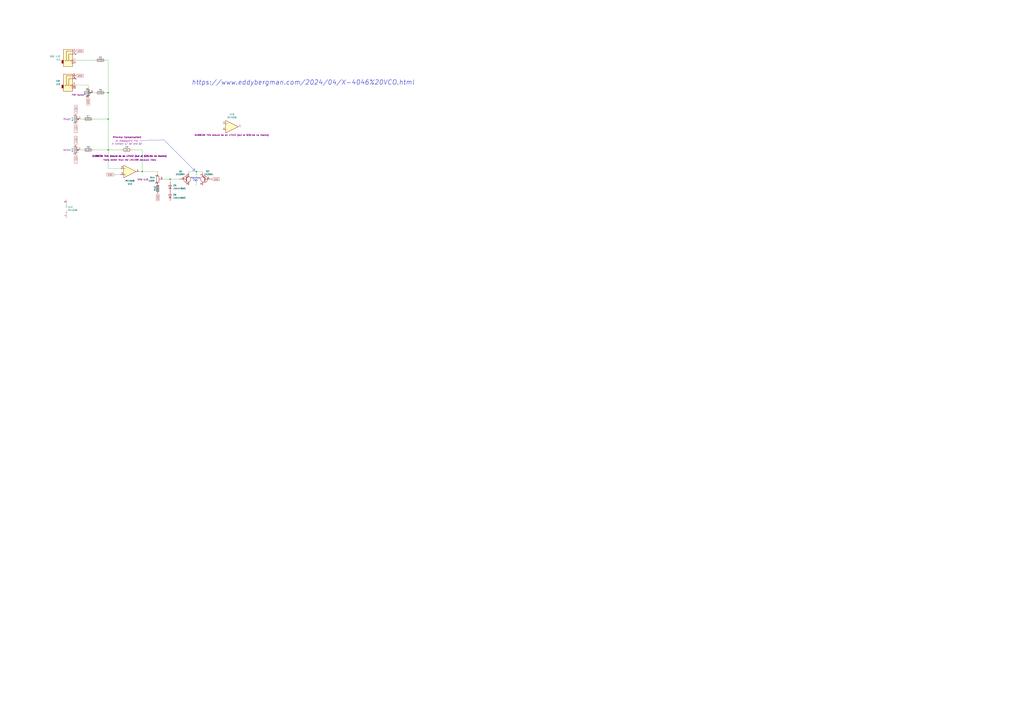
<source format=kicad_sch>
(kicad_sch (version 20231120) (generator "eeschema") (generator_version "8.0")
  (paper "A1")
  (title_block (title "Audio Thing Template") (rev "1.0") (company "velvia-fifty") (comment 1 "https://github.com/velvia-fifty/AudioThings") (comment 2 "You should have changed this already :)") (comment 4 "Stay humble"))
  (lib_symbols
    (symbol "Amplifier_Operational:RC4558" (pin_names (offset 0.127))
      (property "Reference" "U" (at 0 5.08 0))
      (property "Value" "RC4558" (at 0 -5.08 0))
      (symbol "RC4558_1_1"
        (polyline (pts (xy -5.08 5.08) (xy 5.08 0) (xy -5.08 -5.08) (xy -5.08 5.08)) (stroke (width 0.254)) (fill (type background)))
        (pin output line (at 7.62 0 180) (length 2.54) (name "~") (number "1"))
        (pin input line (at -7.62 -2.54 0) (length 2.54) (name "-") (number "2"))
        (pin input line (at -7.62 2.54 0) (length 2.54) (name "+") (number "3"))
      )
      (symbol "RC4558_2_1"
        (polyline (pts (xy -5.08 5.08) (xy 5.08 0) (xy -5.08 -5.08) (xy -5.08 5.08)) (stroke (width 0.254)) (fill (type background)))
        (pin input line (at -7.62 2.54 0) (length 2.54) (name "+") (number "5"))
        (pin input line (at -7.62 -2.54 0) (length 2.54) (name "-") (number "6"))
        (pin output line (at 7.62 0 180) (length 2.54) (name "~") (number "7"))
      )
      (symbol "RC4558_3_1"
        (pin power_in line (at -2.54 -7.62 90) (length 3.81) (name "V-") (number "4"))
        (pin power_in line (at -2.54 7.62 270) (length 3.81) (name "V+") (number "8"))
      )
    )
    (symbol "Connector_Audio:AudioJack3_SwitchT"
      (property "Reference" "J" (at 0 8.89 0))
      (property "Value" "AudioJack3_SwitchT" (at 0 6.35 0))
      (symbol "AudioJack3_SwitchT_0_1"
        (rectangle (start -5.08 -5.08) (end -6.35 -7.62) (stroke (width 0.254)) (fill (type outline)))
        (polyline (pts (xy 1.778 -5.334) (xy 2.032 -5.842)))
        (polyline (pts (xy 0 -5.08) (xy 0.635 -5.715) (xy 1.27 -5.08) (xy 2.54 -5.08)) (stroke (width 0.254)))
        (polyline (pts (xy 2.54 -7.62) (xy 1.778 -7.62) (xy 1.778 -5.334) (xy 1.524 -5.842)))
        (polyline (pts (xy -1.905 -5.08) (xy -1.27 -5.715) (xy -0.635 -5.08) (xy -0.635 0) (xy 2.54 0)) (stroke (width 0.254)))
        (polyline (pts (xy 2.54 2.54) (xy -2.54 2.54) (xy -2.54 -5.08) (xy -3.175 -5.715) (xy -3.81 -5.08)) (stroke (width 0.254)))
        (rectangle (start 2.54 3.81) (end -5.08 -10.16) (stroke (width 0.254)) (fill (type background)))
      )
      (symbol "AudioJack3_SwitchT_1_1"
        (pin passive line (at 5.08 0 180) (length 2.54) (name "~") (number "R"))
        (pin passive line (at 5.08 2.54 180) (length 2.54) (name "~") (number "S"))
        (pin passive line (at 5.08 -5.08 180) (length 2.54) (name "~") (number "T"))
        (pin passive line (at 5.08 -7.62 180) (length 2.54) (name "~") (number "TN"))
      )
    )
    (symbol "Device:R" (pin_numbers hide) (pin_names (offset 0))
      (property "Reference" "R" (at 2.032 0 90))
      (property "Value" "R" (at 0 0 90))
      (symbol "R_0_1"
        (rectangle (start -1.016 -2.54) (end 1.016 2.54) (stroke (width 0.254)))
      )
      (symbol "R_1_1"
        (pin passive line (at 0 3.81 270) (length 1.27) (name "~") (number "1"))
        (pin passive line (at 0 -3.81 90) (length 1.27) (name "~") (number "2"))
      )
    )
    (symbol "Device:R_Potentiometer" (pin_names (offset 1.016) hide)
      (property "Reference" "RV" (at -4.445 0 90))
      (property "Value" "R_Potentiometer" (at -2.54 0 90))
      (symbol "R_Potentiometer_0_1"
        (polyline (pts (xy 2.54 0) (xy 1.524 0)))
        (polyline (pts (xy 1.143 0) (xy 2.286 0.508) (xy 2.286 -0.508) (xy 1.143 0)) (fill (type outline)))
        (rectangle (start 1.016 2.54) (end -1.016 -2.54) (stroke (width 0.254)))
      )
      (symbol "R_Potentiometer_1_1"
        (pin passive line (at 0 3.81 270) (length 1.27) (name "1") (number "1"))
        (pin passive line (at 3.81 0 180) (length 1.27) (name "2") (number "2"))
        (pin passive line (at 0 -3.81 90) (length 1.27) (name "3") (number "3"))
      )
    )
    (symbol "Device:R_Potentiometer_Trim" (pin_names (offset 1.016) hide)
      (property "Reference" "RV" (at -4.445 0 90))
      (property "Value" "R_Potentiometer_Trim" (at -2.54 0 90))
      (symbol "R_Potentiometer_Trim_0_1"
        (polyline (pts (xy 1.524 0.762) (xy 1.524 -0.762)))
        (polyline (pts (xy 2.54 0) (xy 1.524 0)))
        (rectangle (start 1.016 2.54) (end -1.016 -2.54) (stroke (width 0.254)))
      )
      (symbol "R_Potentiometer_Trim_1_1"
        (pin passive line (at 0 3.81 270) (length 1.27) (name "1") (number "1"))
        (pin passive line (at 3.81 0 180) (length 1.27) (name "2") (number "2"))
        (pin passive line (at 0 -3.81 90) (length 1.27) (name "3") (number "3"))
      )
    )
    (symbol "Diode:1N4148WS" (pin_numbers hide) (pin_names hide)
      (property "Reference" "D" (at 0 2.54 0))
      (property "Value" "1N4148WS" (at 0 -2.54 0))
      (symbol "1N4148WS_0_1"
        (polyline (pts (xy -1.27 1.27) (xy -1.27 -1.27)) (stroke (width 0.254)))
        (polyline (pts (xy 1.27 0) (xy -1.27 0)))
        (polyline (pts (xy 1.27 1.27) (xy 1.27 -1.27) (xy -1.27 0) (xy 1.27 1.27)) (stroke (width 0.254)))
      )
      (symbol "1N4148WS_1_1"
        (pin passive line (at -3.81 0 0) (length 2.54) (name "K") (number "1"))
        (pin passive line (at 3.81 0 180) (length 2.54) (name "A") (number "2"))
      )
    )
    (symbol "Transistor_BJT:2N3904" (pin_names (offset 0) hide)
      (property "Reference" "Q" (at 5.08 1.905 0))
      (property "Value" "2N3904" (at 5.08 0 0))
      (symbol "2N3904_0_1"
        (polyline (pts (xy 0.635 0.635) (xy 2.54 2.54)))
        (polyline (pts (xy 0.635 -0.635) (xy 2.54 -2.54) (xy 2.54 -2.54)))
        (polyline (pts (xy 0.635 1.905) (xy 0.635 -1.905) (xy 0.635 -1.905)) (stroke (width 0.508)))
        (polyline (pts (xy 1.27 -1.778) (xy 1.778 -1.27) (xy 2.286 -2.286) (xy 1.27 -1.778) (xy 1.27 -1.778)) (fill (type outline)))
        (circle (center 1.27 0) (radius 2.8194) (stroke (width 0.254)))
      )
      (symbol "2N3904_1_1"
        (pin passive line (at 2.54 -5.08 90) (length 2.54) (name "E") (number "1"))
        (pin passive line (at -5.08 0 0) (length 5.715) (name "B") (number "2"))
        (pin passive line (at 2.54 5.08 270) (length 2.54) (name "C") (number "3"))
      )
    )
  )
  (junction (at 88.9 97.79))
  (junction (at 88.9 123.19))
  (junction (at 139.7 147.32))
  (junction (at 161.29 140.97))
  (junction (at 88.9 76.2))
  (junction (at 116.84 140.97))
  (no_connect (at 62.23 64.77))
  (no_connect (at 62.23 44.45))
  (wire (pts (xy 116.84 140.97) (xy 116.84 123.19)))
  (wire (pts (xy 88.9 97.79) (xy 88.9 123.19)))
  (wire (pts (xy 116.84 123.19) (xy 107.95 123.19)))
  (wire (pts (xy 76.2 97.79) (xy 88.9 97.79)))
  (wire (pts (xy 93.98 143.51) (xy 99.06 143.51)))
  (polyline (pts (xy 134.62 114.935) (xy 160.02 140.335)))
  (wire (pts (xy 66.04 123.19) (xy 68.58 123.19)))
  (wire (pts (xy 139.7 147.32) (xy 139.7 149.86)))
  (wire (pts (xy 72.39 69.85) (xy 62.23 69.85)))
  (wire (pts (xy 154.94 142.24) (xy 154.94 140.97)))
  (wire (pts (xy 86.36 49.53) (xy 88.9 49.53)))
  (wire (pts (xy 129.54 140.97) (xy 116.84 140.97)))
  (polyline (pts (xy 158.115 140.335) (xy 160.02 140.335)))
  (wire (pts (xy 154.94 140.97) (xy 161.29 140.97)))
  (wire (pts (xy 114.3 140.97) (xy 116.84 140.97)))
  (polyline (pts (xy 160.02 138.43) (xy 160.02 140.335)))
  (wire (pts (xy 88.9 138.43) (xy 88.9 123.19)))
  (wire (pts (xy 66.04 97.79) (xy 68.58 97.79)))
  (wire (pts (xy 129.54 143.51) (xy 129.54 140.97)))
  (wire (pts (xy 100.33 123.19) (xy 88.9 123.19)))
  (wire (pts (xy 133.35 147.32) (xy 139.7 147.32)))
  (polyline (pts (xy 114.935 115.57) (xy 134.62 114.935)))
  (wire (pts (xy 166.37 140.97) (xy 166.37 142.24)))
  (wire (pts (xy 99.06 138.43) (xy 88.9 138.43)))
  (wire (pts (xy 76.2 123.19) (xy 88.9 123.19)))
  (polyline (pts (xy 160.02 138.43) (xy 158.115 140.335)))
  (wire (pts (xy 72.39 72.39) (xy 72.39 69.85)))
  (wire (pts (xy 78.74 49.53) (xy 62.23 49.53)))
  (wire (pts (xy 161.29 140.97) (xy 161.29 152.4)))
  (wire (pts (xy 86.36 76.2) (xy 88.9 76.2)))
  (wire (pts (xy 88.9 49.53) (xy 88.9 76.2)))
  (wire (pts (xy 161.29 140.97) (xy 166.37 140.97)))
  (wire (pts (xy 88.9 76.2) (xy 88.9 97.79)))
  (wire (pts (xy 78.74 76.2) (xy 76.2 76.2)))
  (wire (pts (xy 139.7 147.32) (xy 147.32 147.32)))
  (text "Matched\nPair" (at 160.528 147.32 0) (effects (font (size 1.27 1.27) (thickness 0.1588) (italic yes))))
  (text "https://www.eddybergman.com/2024/04/X-4046%20VCO.html" (at 248.92 67.818 0) (effects (font (size 3.81 3.81) (thickness 0.254) (bold yes) (italic yes))))
  (global_label "GND" (shape input) (at 173.99 147.32 0) (property "Intersheetrefs" "${INTERSHEET_REFS}" (effects (hide yes))))
  (global_label "GND" (shape input) (at 93.98 143.51 180) (property "Intersheetrefs" "${INTERSHEET_REFS}" (effects (hide yes))))
  (global_label "+12v" (shape input) (at 62.23 119.38 90) (property "Intersheetrefs" "${INTERSHEET_REFS}" (effects (hide yes))))
  (global_label "GND" (shape input) (at 62.23 41.91 0) (property "Intersheetrefs" "${INTERSHEET_REFS}" (effects (hide yes))))
  (global_label "+12v" (shape input) (at 62.23 93.98 90) (property "Intersheetrefs" "${INTERSHEET_REFS}" (effects (hide yes))))
  (global_label "GND" (shape input) (at 62.23 62.23 0) (property "Intersheetrefs" "${INTERSHEET_REFS}" (effects (hide yes))))
  (global_label "-12v" (shape input) (at 62.23 101.6 270) (property "Intersheetrefs" "${INTERSHEET_REFS}" (effects (hide yes))))
  (global_label "GND" (shape input) (at 72.39 80.01 270) (property "Intersheetrefs" "${INTERSHEET_REFS}" (effects (hide yes))))
  (global_label "-12v" (shape input) (at 62.23 127 270) (property "Intersheetrefs" "${INTERSHEET_REFS}" (effects (hide yes))))
  (global_label "GND" (shape input) (at 129.54 158.75 270) (property "Intersheetrefs" "${INTERSHEET_REFS}" (effects (hide yes))))
  (symbol (lib_id "Diode:1N4148WS") (at 139.7 161.29 90) (unit 1)
    (property "Reference" "D6" (at 142.24 160.0199 90) (effects (justify right)))
    (property "Value" "1N4148WS" (at 142.24 162.5599 90) (effects (justify right)))
    (property "Footprint" "Diode_SMD:D_SOD-323" (effects (hide yes)))
    (property "Datasheet" "https://www.vishay.com/docs/85751/1n4148ws.pdf" (effects (hide yes)))
    (property "Description" "75V 0.15A Fast switching Diode, SOD-323" (effects (hide yes)))
    (property "Sim.Device" "D" (effects (hide yes)))
    (property "Sim.Pins" "1=K 2=A" (effects (hide yes)))
  )
  (symbol (lib_id "Device:R_Potentiometer_Trim") (at 129.54 147.32 0) (unit 1)
    (property "Reference" "RV4" (at 127 146.0499 0) (effects (justify right)))
    (property "Value" "100R" (at 127 148.5899 0) (effects (justify right)))
    (property "Footprint" "Potentiometer_SMD:Potentiometer_Bourns_3214X_Vertical" (effects (hide yes)))
    (property "Description" "Trim-potentiometer" (effects (hide yes)))
    (property "Field5" "Trim V/O" (at 117.094 147.574 0) (effects (font (italic yes))))
  )
  (symbol (lib_id "Connector_Audio:AudioJack3_SwitchT") (at 57.15 44.45 0) (unit 1)
    (property "Reference" "J12" (at 49.53 48.8951 0) (effects (justify right)))
    (property "Value" "ONE V/O" (at 49.53 46.3551 0) (effects (justify right)))
    (property "Footprint" "AT-Footprints:SJ3-3505" (effects (hide yes)))
    (property "Description" "Audio Jack, 3 Poles (Stereo / TRS), Switched T Pole (Normalling)" (effects (hide yes)))
  )
  (symbol (lib_id "Device:R") (at 72.39 123.19 90) (unit 1)
    (property "Reference" "R8" (at 72.39 120.904 90))
    (property "Value" "3.3M" (at 72.39 123.19 90))
    (property "Footprint" "Resistor_SMD:R_0805_2012Metric_Pad1.20x1.40mm_HandSolder" (effects (hide yes)))
    (property "Description" "Resistor" (effects (hide yes)))
  )
  (symbol (lib_id "Connector_Audio:AudioJack3_SwitchT") (at 57.15 64.77 0) (unit 1)
    (property "Reference" "J13" (at 49.53 69.2151 0) (effects (justify right)))
    (property "Value" "FM^{x}" (at 49.53 66.6751 0) (effects (justify right)))
    (property "Footprint" "AT-Footprints:SJ3-3505" (effects (hide yes)))
    (property "Description" "Audio Jack, 3 Poles (Stereo / TRS), Switched T Pole (Normalling)" (effects (hide yes)))
  )
  (symbol (lib_id "Amplifier_Operational:RC4558") (at 57.15 171.45 0) (unit 3)
    (property "Reference" "U1" (at 55.88 170.1799 0) (effects (justify left)))
    (property "Value" "RC4558" (at 55.88 172.7199 0) (effects (justify left)))
    (property "Footprint" "Package_SO:TSSOP-8_4.4x3mm_P0.65mm" (effects (hide yes)))
    (property "Datasheet" "http://www.ti.com/lit/ds/symlink/rc4558.pdf" (effects (hide yes)))
    (property "Description" "Dual General Purpose, Operational Amplifier, DIP-8/SOIC-8/SSOP-8" (effects (hide yes)))
    (property "SUBBED!" "This should be an LF442 (but at $20/ea no thanks)" (effects (hide yes)))
    (property "Field6" "Feels better than the LM1458 because vibes" (effects (hide yes)))
  )
  (symbol (lib_id "Device:R") (at 104.14 123.19 90) (unit 1)
    (property "Reference" "R9" (at 104.14 120.904 90))
    (property "Value" "2k" (at 104.14 123.19 90))
    (property "Footprint" "Resistor_SMD:R_0805_2012Metric_Pad1.20x1.40mm_HandSolder" (effects (hide yes)))
    (property "Description" "Resistor" (effects (hide yes)))
    (property "Field5" "2k 3500ppm*C PTC" (at 104.14 115.824 90) (effects (font (italic yes))))
    (property "Field6" "!Thermal Compensation!" (at 104.394 112.776 90) (effects (font (thickness 0.254) (bold yes) (italic yes))))
    (property "Field7" "In contact w/ Q1 and Q2" (at 104.14 118.11 90) (effects (font (italic yes))))
  )
  (symbol (lib_id "Device:R_Potentiometer") (at 72.39 76.2 0) (unit 1)
    (property "Reference" "RV1" (at 69.85 74.422 90) (effects (justify right)))
    (property "Value" "100k" (at 72.644 73.914 90) (effects (justify right)))
    (property "Description" "Potentiometer" (effects (hide yes)))
    (property "Field5" "FM^{x} Numb" (at 63.754 77.978 0) (effects (font (italic yes))))
  )
  (symbol (lib_id "Device:R_Potentiometer") (at 62.23 97.79 0) (unit 1)
    (property "Reference" "RV2" (at 59.69 96.012 90) (effects (justify right)))
    (property "Value" "100k" (at 62.484 95.504 90) (effects (justify right)))
    (property "Description" "Potentiometer" (effects (hide yes)))
    (property "Field5" "Rough" (at 54.864 97.79 0) (effects (font (italic yes))))
  )
  (symbol (lib_id "Transistor_BJT:2N3904") (at 152.4 147.32 0) (mirror x) (unit 1)
    (property "Reference" "Q1" (at 147.066 140.97 0) (effects (justify left)))
    (property "Value" "2N3904" (at 167.64 143.256 0) (effects (justify left)))
    (property "Footprint" "Package_TO_SOT_THT:TO-92L_Inline_Wide" (effects (hide yes)))
    (property "Datasheet" "https://www.onsemi.com/pub/Collateral/2N3903-D.PDF" (effects (hide yes)))
    (property "Description" "0.2A Ic, 40V Vce, Small Signal NPN Transistor, TO-92" (effects (hide yes)))
  )
  (symbol (lib_id "Amplifier_Operational:RC4558") (at 106.68 140.97 0) (mirror x) (unit 1)
    (property "Reference" "U1" (at 106.68 151.13 0))
    (property "Value" "RC4558" (at 106.68 148.59 0))
    (property "Footprint" "Package_SO:TSSOP-8_4.4x3mm_P0.65mm" (effects (hide yes)))
    (property "Datasheet" "http://www.ti.com/lit/ds/symlink/rc4558.pdf" (effects (hide yes)))
    (property "Description" "Dual General Purpose, Operational Amplifier, DIP-8/SOIC-8/SSOP-8" (effects (hide yes)))
    (property "SUBBED!" "This should be an LF442 (but at $20/ea no thanks)" (at 106.172 128.27 0) (show_name yes) (effects (font (thickness 0.254) (bold yes) (italic yes))))
    (property "Field6" "Feels better than the LM1458 because vibes" (at 106.426 131.318 0) (effects (font (thickness 0.1588) (italic yes))))
  )
  (symbol (lib_id "Amplifier_Operational:RC4558") (at 190.5 104.14 0) (unit 2)
    (property "Reference" "U1" (at 190.5 93.98 0))
    (property "Value" "RC4558" (at 190.5 96.52 0))
    (property "Footprint" "Package_SO:TSSOP-8_4.4x3mm_P0.65mm" (effects (hide yes)))
    (property "Datasheet" "http://www.ti.com/lit/ds/symlink/rc4558.pdf" (effects (hide yes)))
    (property "Description" "Dual General Purpose, Operational Amplifier, DIP-8/SOIC-8/SSOP-8" (effects (hide yes)))
    (property "SUBBED!" "This should be an LF442 (but at $20/ea no thanks)" (at 190.246 110.998 0) (show_name yes) (effects (font (thickness 0.254) (bold yes) (italic yes))))
    (property "Field6" "Feels better than the LM1458 because vibes" (effects (hide yes)))
  )
  (symbol (lib_id "Device:R") (at 72.39 97.79 90) (unit 1)
    (property "Reference" "R7" (at 72.39 95.504 90))
    (property "Value" "100k" (at 72.39 97.79 90))
    (property "Footprint" "Resistor_SMD:R_0805_2012Metric_Pad1.20x1.40mm_HandSolder" (effects (hide yes)))
    (property "Description" "Resistor" (effects (hide yes)))
  )
  (symbol (lib_id "Diode:1N4148WS") (at 139.7 153.67 90) (unit 1)
    (property "Reference" "D5" (at 142.24 152.3999 90) (effects (justify right)))
    (property "Value" "1N4148WS" (at 142.24 154.9399 90) (effects (justify right)))
    (property "Footprint" "Diode_SMD:D_SOD-323" (effects (hide yes)))
    (property "Datasheet" "https://www.vishay.com/docs/85751/1n4148ws.pdf" (effects (hide yes)))
    (property "Description" "75V 0.15A Fast switching Diode, SOD-323" (effects (hide yes)))
    (property "Sim.Device" "D" (effects (hide yes)))
    (property "Sim.Pins" "1=K 2=A" (effects (hide yes)))
  )
  (symbol (lib_id "Transistor_BJT:2N3904") (at 168.91 147.32 180) (unit 1)
    (property "Reference" "Q2" (at 171.958 140.716 0) (effects (justify left)))
    (property "Value" "2N3904" (at 151.892 143.256 0) (effects (justify left)))
    (property "Footprint" "Package_TO_SOT_THT:TO-92L_Inline_Wide" (effects (hide yes)))
    (property "Datasheet" "https://www.onsemi.com/pub/Collateral/2N3903-D.PDF" (effects (hide yes)))
    (property "Description" "0.2A Ic, 40V Vce, Small Signal NPN Transistor, TO-92" (effects (hide yes)))
  )
  (symbol (lib_id "Device:R") (at 82.55 49.53 90) (unit 1)
    (property "Reference" "R5" (at 82.55 47.244 90))
    (property "Value" "100k" (at 82.55 49.53 90))
    (property "Footprint" "Resistor_SMD:R_0805_2012Metric_Pad1.20x1.40mm_HandSolder" (effects (hide yes)))
    (property "Description" "Resistor" (effects (hide yes)))
  )
  (symbol (lib_id "Device:R") (at 82.55 76.2 90) (unit 1)
    (property "Reference" "R6" (at 82.55 73.914 90))
    (property "Value" "100k" (at 82.55 76.2 90))
    (property "Footprint" "Resistor_SMD:R_0805_2012Metric_Pad1.20x1.40mm_HandSolder" (effects (hide yes)))
    (property "Description" "Resistor" (effects (hide yes)))
  )
  (symbol (lib_id "Device:R") (at 129.54 154.94 180) (unit 1)
    (property "Reference" "R10" (at 127.254 154.94 90))
    (property "Value" "390R" (at 129.54 154.94 90))
    (property "Footprint" "Resistor_SMD:R_0805_2012Metric_Pad1.20x1.40mm_HandSolder" (effects (hide yes)))
    (property "Description" "Resistor" (effects (hide yes)))
  )
  (symbol (lib_id "Device:R_Potentiometer") (at 62.23 123.19 0) (unit 1)
    (property "Reference" "RV3" (at 59.69 121.412 90) (effects (justify right)))
    (property "Value" "100k" (at 62.484 120.904 90) (effects (justify right)))
    (property "Description" "Potentiometer" (effects (hide yes)))
    (property "Field5" "Gentle" (at 54.864 123.19 0) (effects (font (italic yes))))
  )
)
</source>
